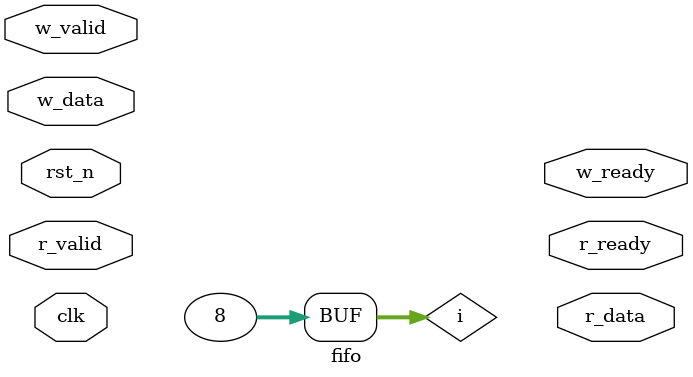
<source format=v>
module fifo (
    input clk,
    input rst_n,
    output reg       w_ready,
    input            w_valid,
    input      [7:0] w_data,
    output reg       r_ready,
    input            r_valid,
    output reg [7:0] r_data
);
    reg [7:0] R[0:7] /* verilator public */; /* the array */
    reg [7:0] R_nxt[0:7];
    reg [7:0] r_data_nxt;

    reg [3:0] wp, wp_nxt; /* the write pointer */
    reg [3:0] rp, rp_nxt; /* the read pointer */

    reg w_fire, r_fire;
    
    integer i;

    always @(*) begin
        for (i = 0; i < 8; i = i + 1) begin
            /* R_nxt assignment */
        end
        /* other _nxt assignment */
    end

    always @(posedge clk, negedge rst_n) begin
        if (~rst_n) begin
            for (i = 0; i < 8; i = i + 1) begin
                /* R initial state */
            end
            /* other register initial state */
        end
        else begin
            for (i = 0; i < 8; i = i + 1) begin
                /* R <= ??*/
            end
            /* other register */
        end
    end

    always @(*) begin
        /* output signals assignment */
    end
endmodule
</source>
